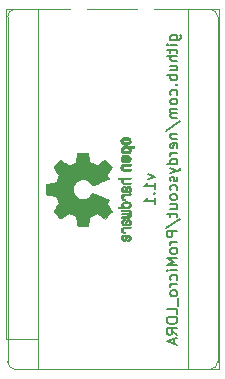
<source format=gbr>
%TF.GenerationSoftware,KiCad,Pcbnew,5.1.4-e60b266~84~ubuntu19.04.1*%
%TF.CreationDate,2020-03-24T21:47:16+00:00*%
%TF.ProjectId,ProMicro_LORA,50726f4d-6963-4726-9f5f-4c4f52412e6b,v1.1*%
%TF.SameCoordinates,Original*%
%TF.FileFunction,Legend,Bot*%
%TF.FilePolarity,Positive*%
%FSLAX45Y45*%
G04 Gerber Fmt 4.5, Leading zero omitted, Abs format (unit mm)*
G04 Created by KiCad (PCBNEW 5.1.4-e60b266~84~ubuntu19.04.1) date 2020-03-24 21:47:16*
%MOMM*%
%LPD*%
G04 APERTURE LIST*
%ADD10C,0.200000*%
%ADD11C,0.100000*%
%ADD12C,0.010000*%
%ADD13C,0.120000*%
%ADD14R,1.350000X4.200000*%
%ADD15O,1.600000X1.600000*%
%ADD16R,1.600000X1.600000*%
G04 APERTURE END LIST*
D10*
X13760214Y-8888429D02*
X13820214Y-8909857D01*
X13760214Y-8931286D01*
X13820214Y-9012714D02*
X13820214Y-8961286D01*
X13820214Y-8987000D02*
X13730214Y-8987000D01*
X13743071Y-8978429D01*
X13751643Y-8969857D01*
X13755928Y-8961286D01*
X13811643Y-9051286D02*
X13815928Y-9055571D01*
X13820214Y-9051286D01*
X13815928Y-9047000D01*
X13811643Y-9051286D01*
X13820214Y-9051286D01*
X13820214Y-9141286D02*
X13820214Y-9089857D01*
X13820214Y-9115571D02*
X13730214Y-9115571D01*
X13743071Y-9107000D01*
X13751643Y-9098429D01*
X13755928Y-9089857D01*
D11*
X12573000Y-7556500D02*
G75*
G02X12636500Y-7493000I63500J0D01*
G01*
X14287500Y-7493000D02*
G75*
G02X14351000Y-7556500I0J-63500D01*
G01*
X12636500Y-7493000D02*
X14287500Y-7493000D01*
X14351000Y-10477500D02*
G75*
G02X14287500Y-10541000I-63500J0D01*
G01*
X12636500Y-10541000D02*
G75*
G02X12573000Y-10477500I0J63500D01*
G01*
D10*
X13950714Y-7752714D02*
X14023571Y-7752714D01*
X14032143Y-7748428D01*
X14036428Y-7744143D01*
X14040714Y-7735571D01*
X14040714Y-7722714D01*
X14036428Y-7714143D01*
X14006428Y-7752714D02*
X14010714Y-7744143D01*
X14010714Y-7727000D01*
X14006428Y-7718428D01*
X14002143Y-7714143D01*
X13993571Y-7709857D01*
X13967857Y-7709857D01*
X13959286Y-7714143D01*
X13955000Y-7718428D01*
X13950714Y-7727000D01*
X13950714Y-7744143D01*
X13955000Y-7752714D01*
X14010714Y-7795571D02*
X13950714Y-7795571D01*
X13920714Y-7795571D02*
X13925000Y-7791286D01*
X13929286Y-7795571D01*
X13925000Y-7799857D01*
X13920714Y-7795571D01*
X13929286Y-7795571D01*
X13950714Y-7825571D02*
X13950714Y-7859857D01*
X13920714Y-7838428D02*
X13997857Y-7838428D01*
X14006428Y-7842714D01*
X14010714Y-7851286D01*
X14010714Y-7859857D01*
X14010714Y-7889857D02*
X13920714Y-7889857D01*
X14010714Y-7928428D02*
X13963571Y-7928428D01*
X13955000Y-7924143D01*
X13950714Y-7915571D01*
X13950714Y-7902714D01*
X13955000Y-7894143D01*
X13959286Y-7889857D01*
X13950714Y-8009857D02*
X14010714Y-8009857D01*
X13950714Y-7971286D02*
X13997857Y-7971286D01*
X14006428Y-7975571D01*
X14010714Y-7984143D01*
X14010714Y-7997000D01*
X14006428Y-8005571D01*
X14002143Y-8009857D01*
X14010714Y-8052714D02*
X13920714Y-8052714D01*
X13955000Y-8052714D02*
X13950714Y-8061286D01*
X13950714Y-8078428D01*
X13955000Y-8087000D01*
X13959286Y-8091286D01*
X13967857Y-8095571D01*
X13993571Y-8095571D01*
X14002143Y-8091286D01*
X14006428Y-8087000D01*
X14010714Y-8078428D01*
X14010714Y-8061286D01*
X14006428Y-8052714D01*
X14002143Y-8134143D02*
X14006428Y-8138428D01*
X14010714Y-8134143D01*
X14006428Y-8129857D01*
X14002143Y-8134143D01*
X14010714Y-8134143D01*
X14006428Y-8215571D02*
X14010714Y-8207000D01*
X14010714Y-8189857D01*
X14006428Y-8181286D01*
X14002143Y-8177000D01*
X13993571Y-8172714D01*
X13967857Y-8172714D01*
X13959286Y-8177000D01*
X13955000Y-8181286D01*
X13950714Y-8189857D01*
X13950714Y-8207000D01*
X13955000Y-8215571D01*
X14010714Y-8267000D02*
X14006428Y-8258428D01*
X14002143Y-8254143D01*
X13993571Y-8249857D01*
X13967857Y-8249857D01*
X13959286Y-8254143D01*
X13955000Y-8258428D01*
X13950714Y-8267000D01*
X13950714Y-8279857D01*
X13955000Y-8288428D01*
X13959286Y-8292714D01*
X13967857Y-8297000D01*
X13993571Y-8297000D01*
X14002143Y-8292714D01*
X14006428Y-8288428D01*
X14010714Y-8279857D01*
X14010714Y-8267000D01*
X14010714Y-8335571D02*
X13950714Y-8335571D01*
X13959286Y-8335571D02*
X13955000Y-8339857D01*
X13950714Y-8348428D01*
X13950714Y-8361286D01*
X13955000Y-8369857D01*
X13963571Y-8374143D01*
X14010714Y-8374143D01*
X13963571Y-8374143D02*
X13955000Y-8378428D01*
X13950714Y-8387000D01*
X13950714Y-8399857D01*
X13955000Y-8408429D01*
X13963571Y-8412714D01*
X14010714Y-8412714D01*
X13916428Y-8519857D02*
X14032143Y-8442714D01*
X13950714Y-8549857D02*
X14010714Y-8549857D01*
X13959286Y-8549857D02*
X13955000Y-8554143D01*
X13950714Y-8562714D01*
X13950714Y-8575571D01*
X13955000Y-8584143D01*
X13963571Y-8588429D01*
X14010714Y-8588429D01*
X14006428Y-8665571D02*
X14010714Y-8657000D01*
X14010714Y-8639857D01*
X14006428Y-8631286D01*
X13997857Y-8627000D01*
X13963571Y-8627000D01*
X13955000Y-8631286D01*
X13950714Y-8639857D01*
X13950714Y-8657000D01*
X13955000Y-8665571D01*
X13963571Y-8669857D01*
X13972143Y-8669857D01*
X13980714Y-8627000D01*
X14010714Y-8708429D02*
X13950714Y-8708429D01*
X13967857Y-8708429D02*
X13959286Y-8712714D01*
X13955000Y-8717000D01*
X13950714Y-8725571D01*
X13950714Y-8734143D01*
X14010714Y-8802714D02*
X13920714Y-8802714D01*
X14006428Y-8802714D02*
X14010714Y-8794143D01*
X14010714Y-8777000D01*
X14006428Y-8768429D01*
X14002143Y-8764143D01*
X13993571Y-8759857D01*
X13967857Y-8759857D01*
X13959286Y-8764143D01*
X13955000Y-8768429D01*
X13950714Y-8777000D01*
X13950714Y-8794143D01*
X13955000Y-8802714D01*
X13950714Y-8837000D02*
X14010714Y-8858429D01*
X13950714Y-8879857D02*
X14010714Y-8858429D01*
X14032143Y-8849857D01*
X14036428Y-8845571D01*
X14040714Y-8837000D01*
X14006428Y-8909857D02*
X14010714Y-8918429D01*
X14010714Y-8935571D01*
X14006428Y-8944143D01*
X13997857Y-8948429D01*
X13993571Y-8948429D01*
X13985000Y-8944143D01*
X13980714Y-8935571D01*
X13980714Y-8922714D01*
X13976428Y-8914143D01*
X13967857Y-8909857D01*
X13963571Y-8909857D01*
X13955000Y-8914143D01*
X13950714Y-8922714D01*
X13950714Y-8935571D01*
X13955000Y-8944143D01*
X14006428Y-9025571D02*
X14010714Y-9017000D01*
X14010714Y-8999857D01*
X14006428Y-8991286D01*
X14002143Y-8987000D01*
X13993571Y-8982714D01*
X13967857Y-8982714D01*
X13959286Y-8987000D01*
X13955000Y-8991286D01*
X13950714Y-8999857D01*
X13950714Y-9017000D01*
X13955000Y-9025571D01*
X14010714Y-9077000D02*
X14006428Y-9068429D01*
X14002143Y-9064143D01*
X13993571Y-9059857D01*
X13967857Y-9059857D01*
X13959286Y-9064143D01*
X13955000Y-9068429D01*
X13950714Y-9077000D01*
X13950714Y-9089857D01*
X13955000Y-9098429D01*
X13959286Y-9102714D01*
X13967857Y-9107000D01*
X13993571Y-9107000D01*
X14002143Y-9102714D01*
X14006428Y-9098429D01*
X14010714Y-9089857D01*
X14010714Y-9077000D01*
X13950714Y-9184143D02*
X14010714Y-9184143D01*
X13950714Y-9145571D02*
X13997857Y-9145571D01*
X14006428Y-9149857D01*
X14010714Y-9158429D01*
X14010714Y-9171286D01*
X14006428Y-9179857D01*
X14002143Y-9184143D01*
X13950714Y-9214143D02*
X13950714Y-9248429D01*
X13920714Y-9227000D02*
X13997857Y-9227000D01*
X14006428Y-9231286D01*
X14010714Y-9239857D01*
X14010714Y-9248429D01*
X13916428Y-9342714D02*
X14032143Y-9265571D01*
X14010714Y-9372714D02*
X13920714Y-9372714D01*
X13920714Y-9407000D01*
X13925000Y-9415571D01*
X13929286Y-9419857D01*
X13937857Y-9424143D01*
X13950714Y-9424143D01*
X13959286Y-9419857D01*
X13963571Y-9415571D01*
X13967857Y-9407000D01*
X13967857Y-9372714D01*
X14010714Y-9462714D02*
X13950714Y-9462714D01*
X13967857Y-9462714D02*
X13959286Y-9467000D01*
X13955000Y-9471286D01*
X13950714Y-9479857D01*
X13950714Y-9488429D01*
X14010714Y-9531286D02*
X14006428Y-9522714D01*
X14002143Y-9518429D01*
X13993571Y-9514143D01*
X13967857Y-9514143D01*
X13959286Y-9518429D01*
X13955000Y-9522714D01*
X13950714Y-9531286D01*
X13950714Y-9544143D01*
X13955000Y-9552714D01*
X13959286Y-9557000D01*
X13967857Y-9561286D01*
X13993571Y-9561286D01*
X14002143Y-9557000D01*
X14006428Y-9552714D01*
X14010714Y-9544143D01*
X14010714Y-9531286D01*
X14010714Y-9599857D02*
X13920714Y-9599857D01*
X13985000Y-9629857D01*
X13920714Y-9659857D01*
X14010714Y-9659857D01*
X14010714Y-9702714D02*
X13950714Y-9702714D01*
X13920714Y-9702714D02*
X13925000Y-9698429D01*
X13929286Y-9702714D01*
X13925000Y-9707000D01*
X13920714Y-9702714D01*
X13929286Y-9702714D01*
X14006428Y-9784143D02*
X14010714Y-9775571D01*
X14010714Y-9758429D01*
X14006428Y-9749857D01*
X14002143Y-9745571D01*
X13993571Y-9741286D01*
X13967857Y-9741286D01*
X13959286Y-9745571D01*
X13955000Y-9749857D01*
X13950714Y-9758429D01*
X13950714Y-9775571D01*
X13955000Y-9784143D01*
X14010714Y-9822714D02*
X13950714Y-9822714D01*
X13967857Y-9822714D02*
X13959286Y-9827000D01*
X13955000Y-9831286D01*
X13950714Y-9839857D01*
X13950714Y-9848429D01*
X14010714Y-9891286D02*
X14006428Y-9882714D01*
X14002143Y-9878429D01*
X13993571Y-9874143D01*
X13967857Y-9874143D01*
X13959286Y-9878429D01*
X13955000Y-9882714D01*
X13950714Y-9891286D01*
X13950714Y-9904143D01*
X13955000Y-9912714D01*
X13959286Y-9917000D01*
X13967857Y-9921286D01*
X13993571Y-9921286D01*
X14002143Y-9917000D01*
X14006428Y-9912714D01*
X14010714Y-9904143D01*
X14010714Y-9891286D01*
X14019286Y-9938429D02*
X14019286Y-10007000D01*
X14010714Y-10071286D02*
X14010714Y-10028429D01*
X13920714Y-10028429D01*
X13920714Y-10118429D02*
X13920714Y-10135571D01*
X13925000Y-10144143D01*
X13933571Y-10152714D01*
X13950714Y-10157000D01*
X13980714Y-10157000D01*
X13997857Y-10152714D01*
X14006428Y-10144143D01*
X14010714Y-10135571D01*
X14010714Y-10118429D01*
X14006428Y-10109857D01*
X13997857Y-10101286D01*
X13980714Y-10097000D01*
X13950714Y-10097000D01*
X13933571Y-10101286D01*
X13925000Y-10109857D01*
X13920714Y-10118429D01*
X14010714Y-10247000D02*
X13967857Y-10217000D01*
X14010714Y-10195571D02*
X13920714Y-10195571D01*
X13920714Y-10229857D01*
X13925000Y-10238429D01*
X13929286Y-10242714D01*
X13937857Y-10247000D01*
X13950714Y-10247000D01*
X13959286Y-10242714D01*
X13963571Y-10238429D01*
X13967857Y-10229857D01*
X13967857Y-10195571D01*
X13985000Y-10281286D02*
X13985000Y-10324143D01*
X14010714Y-10272714D02*
X13920714Y-10302714D01*
X14010714Y-10332714D01*
D11*
X12573000Y-10477500D02*
X12573000Y-7556500D01*
X14287500Y-10541000D02*
X12636500Y-10541000D01*
X14351000Y-7556500D02*
X14351000Y-10477500D01*
D12*
G36*
X13529950Y-8693889D02*
G01*
X13533673Y-8701354D01*
X13540526Y-8707943D01*
X13543065Y-8709758D01*
X13546387Y-8711735D01*
X13549994Y-8713017D01*
X13554810Y-8713751D01*
X13561754Y-8714081D01*
X13570921Y-8714154D01*
X13583483Y-8713826D01*
X13592915Y-8712688D01*
X13599952Y-8710504D01*
X13605329Y-8707042D01*
X13609779Y-8702067D01*
X13610042Y-8701701D01*
X13612738Y-8696799D01*
X13614071Y-8690895D01*
X13614400Y-8683386D01*
X13614400Y-8671180D01*
X13626250Y-8671174D01*
X13632849Y-8671061D01*
X13636720Y-8670369D01*
X13639042Y-8668560D01*
X13640993Y-8665096D01*
X13641392Y-8664265D01*
X13643260Y-8660372D01*
X13644440Y-8657358D01*
X13644542Y-8655117D01*
X13643176Y-8653543D01*
X13639952Y-8652530D01*
X13634480Y-8651972D01*
X13626371Y-8651764D01*
X13615234Y-8651798D01*
X13600680Y-8651970D01*
X13596327Y-8652024D01*
X13581320Y-8652217D01*
X13571504Y-8652390D01*
X13571504Y-8671169D01*
X13579836Y-8671275D01*
X13585288Y-8671744D01*
X13588884Y-8672805D01*
X13591648Y-8674687D01*
X13592996Y-8675965D01*
X13596942Y-8681189D01*
X13597263Y-8685814D01*
X13594005Y-8690587D01*
X13593885Y-8690708D01*
X13591367Y-8692649D01*
X13587945Y-8693831D01*
X13582675Y-8694427D01*
X13574613Y-8694612D01*
X13572827Y-8694615D01*
X13561717Y-8694167D01*
X13554016Y-8692707D01*
X13549315Y-8690065D01*
X13547205Y-8686068D01*
X13546992Y-8683758D01*
X13547990Y-8678276D01*
X13551275Y-8674516D01*
X13557286Y-8672252D01*
X13566460Y-8671261D01*
X13571504Y-8671169D01*
X13571504Y-8652390D01*
X13569706Y-8652422D01*
X13560968Y-8652687D01*
X13554590Y-8653061D01*
X13550058Y-8653591D01*
X13546855Y-8654326D01*
X13544467Y-8655314D01*
X13542376Y-8656605D01*
X13541590Y-8657158D01*
X13534159Y-8664497D01*
X13529947Y-8673776D01*
X13528772Y-8684510D01*
X13529950Y-8693889D01*
X13529950Y-8693889D01*
G37*
X13529950Y-8693889D02*
X13533673Y-8701354D01*
X13540526Y-8707943D01*
X13543065Y-8709758D01*
X13546387Y-8711735D01*
X13549994Y-8713017D01*
X13554810Y-8713751D01*
X13561754Y-8714081D01*
X13570921Y-8714154D01*
X13583483Y-8713826D01*
X13592915Y-8712688D01*
X13599952Y-8710504D01*
X13605329Y-8707042D01*
X13609779Y-8702067D01*
X13610042Y-8701701D01*
X13612738Y-8696799D01*
X13614071Y-8690895D01*
X13614400Y-8683386D01*
X13614400Y-8671180D01*
X13626250Y-8671174D01*
X13632849Y-8671061D01*
X13636720Y-8670369D01*
X13639042Y-8668560D01*
X13640993Y-8665096D01*
X13641392Y-8664265D01*
X13643260Y-8660372D01*
X13644440Y-8657358D01*
X13644542Y-8655117D01*
X13643176Y-8653543D01*
X13639952Y-8652530D01*
X13634480Y-8651972D01*
X13626371Y-8651764D01*
X13615234Y-8651798D01*
X13600680Y-8651970D01*
X13596327Y-8652024D01*
X13581320Y-8652217D01*
X13571504Y-8652390D01*
X13571504Y-8671169D01*
X13579836Y-8671275D01*
X13585288Y-8671744D01*
X13588884Y-8672805D01*
X13591648Y-8674687D01*
X13592996Y-8675965D01*
X13596942Y-8681189D01*
X13597263Y-8685814D01*
X13594005Y-8690587D01*
X13593885Y-8690708D01*
X13591367Y-8692649D01*
X13587945Y-8693831D01*
X13582675Y-8694427D01*
X13574613Y-8694612D01*
X13572827Y-8694615D01*
X13561717Y-8694167D01*
X13554016Y-8692707D01*
X13549315Y-8690065D01*
X13547205Y-8686068D01*
X13546992Y-8683758D01*
X13547990Y-8678276D01*
X13551275Y-8674516D01*
X13557286Y-8672252D01*
X13566460Y-8671261D01*
X13571504Y-8671169D01*
X13571504Y-8652390D01*
X13569706Y-8652422D01*
X13560968Y-8652687D01*
X13554590Y-8653061D01*
X13550058Y-8653591D01*
X13546855Y-8654326D01*
X13544467Y-8655314D01*
X13542376Y-8656605D01*
X13541590Y-8657158D01*
X13534159Y-8664497D01*
X13529947Y-8673776D01*
X13528772Y-8684510D01*
X13529950Y-8693889D01*
G36*
X13531009Y-8844166D02*
G01*
X13534636Y-8850437D01*
X13538236Y-8854796D01*
X13542007Y-8857985D01*
X13546620Y-8860181D01*
X13552742Y-8861565D01*
X13561043Y-8862315D01*
X13572192Y-8862612D01*
X13580206Y-8862646D01*
X13609706Y-8862646D01*
X13617151Y-8846039D01*
X13584840Y-8845062D01*
X13572773Y-8844658D01*
X13564014Y-8844234D01*
X13557965Y-8843710D01*
X13554027Y-8843003D01*
X13551601Y-8842031D01*
X13550088Y-8840714D01*
X13549761Y-8840292D01*
X13547203Y-8833891D01*
X13548215Y-8827421D01*
X13550900Y-8823569D01*
X13552802Y-8822003D01*
X13555299Y-8820918D01*
X13559083Y-8820229D01*
X13564850Y-8819848D01*
X13573293Y-8819688D01*
X13582093Y-8819662D01*
X13593132Y-8819656D01*
X13600946Y-8819467D01*
X13606216Y-8818835D01*
X13609624Y-8817498D01*
X13611851Y-8815199D01*
X13613579Y-8811675D01*
X13615374Y-8806970D01*
X13617328Y-8801830D01*
X13582648Y-8802442D01*
X13570147Y-8802688D01*
X13560908Y-8802977D01*
X13554288Y-8803390D01*
X13549642Y-8804011D01*
X13546326Y-8804923D01*
X13543694Y-8806208D01*
X13541373Y-8807758D01*
X13533957Y-8815237D01*
X13529668Y-8824363D01*
X13528641Y-8834288D01*
X13531009Y-8844166D01*
X13531009Y-8844166D01*
G37*
X13531009Y-8844166D02*
X13534636Y-8850437D01*
X13538236Y-8854796D01*
X13542007Y-8857985D01*
X13546620Y-8860181D01*
X13552742Y-8861565D01*
X13561043Y-8862315D01*
X13572192Y-8862612D01*
X13580206Y-8862646D01*
X13609706Y-8862646D01*
X13617151Y-8846039D01*
X13584840Y-8845062D01*
X13572773Y-8844658D01*
X13564014Y-8844234D01*
X13557965Y-8843710D01*
X13554027Y-8843003D01*
X13551601Y-8842031D01*
X13550088Y-8840714D01*
X13549761Y-8840292D01*
X13547203Y-8833891D01*
X13548215Y-8827421D01*
X13550900Y-8823569D01*
X13552802Y-8822003D01*
X13555299Y-8820918D01*
X13559083Y-8820229D01*
X13564850Y-8819848D01*
X13573293Y-8819688D01*
X13582093Y-8819662D01*
X13593132Y-8819656D01*
X13600946Y-8819467D01*
X13606216Y-8818835D01*
X13609624Y-8817498D01*
X13611851Y-8815199D01*
X13613579Y-8811675D01*
X13615374Y-8806970D01*
X13617328Y-8801830D01*
X13582648Y-8802442D01*
X13570147Y-8802688D01*
X13560908Y-8802977D01*
X13554288Y-8803390D01*
X13549642Y-8804011D01*
X13546326Y-8804923D01*
X13543694Y-8806208D01*
X13541373Y-8807758D01*
X13533957Y-8815237D01*
X13529668Y-8824363D01*
X13528641Y-8834288D01*
X13531009Y-8844166D01*
G36*
X13530226Y-8618689D02*
G01*
X13535041Y-8627846D01*
X13542790Y-8634605D01*
X13547773Y-8637006D01*
X13555253Y-8638874D01*
X13564705Y-8639830D01*
X13575021Y-8639921D01*
X13585093Y-8639192D01*
X13593815Y-8637690D01*
X13600079Y-8635462D01*
X13601158Y-8634777D01*
X13609210Y-8626663D01*
X13614034Y-8617027D01*
X13615445Y-8606570D01*
X13613263Y-8595997D01*
X13611955Y-8593054D01*
X13607923Y-8587324D01*
X13602577Y-8582295D01*
X13601899Y-8581820D01*
X13598632Y-8579888D01*
X13595139Y-8578611D01*
X13590541Y-8577856D01*
X13583958Y-8577492D01*
X13574510Y-8577387D01*
X13572392Y-8577385D01*
X13571718Y-8577389D01*
X13571718Y-8596923D01*
X13580635Y-8597037D01*
X13586552Y-8597484D01*
X13590374Y-8598425D01*
X13593005Y-8600018D01*
X13593885Y-8600831D01*
X13597226Y-8605506D01*
X13597074Y-8610045D01*
X13594175Y-8614634D01*
X13591081Y-8617371D01*
X13586564Y-8618992D01*
X13579442Y-8619903D01*
X13578611Y-8619965D01*
X13565704Y-8620120D01*
X13556117Y-8618497D01*
X13549911Y-8615115D01*
X13547143Y-8609998D01*
X13546992Y-8608172D01*
X13547751Y-8603376D01*
X13550381Y-8600095D01*
X13555409Y-8598090D01*
X13563366Y-8597118D01*
X13571718Y-8596923D01*
X13571718Y-8577389D01*
X13562325Y-8577457D01*
X13555291Y-8577763D01*
X13550416Y-8578432D01*
X13546829Y-8579596D01*
X13543655Y-8581385D01*
X13543065Y-8581781D01*
X13535110Y-8588427D01*
X13530493Y-8595669D01*
X13528660Y-8604485D01*
X13528570Y-8607479D01*
X13530226Y-8618689D01*
X13530226Y-8618689D01*
G37*
X13530226Y-8618689D02*
X13535041Y-8627846D01*
X13542790Y-8634605D01*
X13547773Y-8637006D01*
X13555253Y-8638874D01*
X13564705Y-8639830D01*
X13575021Y-8639921D01*
X13585093Y-8639192D01*
X13593815Y-8637690D01*
X13600079Y-8635462D01*
X13601158Y-8634777D01*
X13609210Y-8626663D01*
X13614034Y-8617027D01*
X13615445Y-8606570D01*
X13613263Y-8595997D01*
X13611955Y-8593054D01*
X13607923Y-8587324D01*
X13602577Y-8582295D01*
X13601899Y-8581820D01*
X13598632Y-8579888D01*
X13595139Y-8578611D01*
X13590541Y-8577856D01*
X13583958Y-8577492D01*
X13574510Y-8577387D01*
X13572392Y-8577385D01*
X13571718Y-8577389D01*
X13571718Y-8596923D01*
X13580635Y-8597037D01*
X13586552Y-8597484D01*
X13590374Y-8598425D01*
X13593005Y-8600018D01*
X13593885Y-8600831D01*
X13597226Y-8605506D01*
X13597074Y-8610045D01*
X13594175Y-8614634D01*
X13591081Y-8617371D01*
X13586564Y-8618992D01*
X13579442Y-8619903D01*
X13578611Y-8619965D01*
X13565704Y-8620120D01*
X13556117Y-8618497D01*
X13549911Y-8615115D01*
X13547143Y-8609998D01*
X13546992Y-8608172D01*
X13547751Y-8603376D01*
X13550381Y-8600095D01*
X13555409Y-8598090D01*
X13563366Y-8597118D01*
X13571718Y-8596923D01*
X13571718Y-8577389D01*
X13562325Y-8577457D01*
X13555291Y-8577763D01*
X13550416Y-8578432D01*
X13546829Y-8579596D01*
X13543655Y-8581385D01*
X13543065Y-8581781D01*
X13535110Y-8588427D01*
X13530493Y-8595669D01*
X13528660Y-8604485D01*
X13528570Y-8607479D01*
X13530226Y-8618689D01*
G36*
X13531474Y-8770425D02*
G01*
X13536657Y-8778129D01*
X13544141Y-8784082D01*
X13553665Y-8787638D01*
X13560676Y-8788357D01*
X13563601Y-8788275D01*
X13565841Y-8787591D01*
X13567847Y-8785711D01*
X13570073Y-8782041D01*
X13572971Y-8775986D01*
X13576993Y-8766953D01*
X13577013Y-8766908D01*
X13580821Y-8758593D01*
X13584202Y-8751775D01*
X13586793Y-8747151D01*
X13588229Y-8745416D01*
X13588241Y-8745415D01*
X13591368Y-8746944D01*
X13594816Y-8750520D01*
X13597299Y-8754624D01*
X13597792Y-8756704D01*
X13596086Y-8762377D01*
X13591813Y-8767263D01*
X13587115Y-8769647D01*
X13583652Y-8771940D01*
X13579708Y-8776432D01*
X13576301Y-8781712D01*
X13574448Y-8786371D01*
X13574346Y-8787345D01*
X13576021Y-8788442D01*
X13580304Y-8788508D01*
X13586078Y-8787702D01*
X13592229Y-8786183D01*
X13597641Y-8784109D01*
X13597851Y-8784004D01*
X13606566Y-8777762D01*
X13612494Y-8769673D01*
X13615403Y-8760486D01*
X13615063Y-8750951D01*
X13611243Y-8741820D01*
X13610974Y-8741414D01*
X13604464Y-8734231D01*
X13595970Y-8729507D01*
X13584802Y-8726893D01*
X13581664Y-8726543D01*
X13566854Y-8725921D01*
X13559947Y-8726666D01*
X13559947Y-8745415D01*
X13564255Y-8745659D01*
X13565513Y-8746991D01*
X13564572Y-8750313D01*
X13562348Y-8755549D01*
X13559561Y-8761402D01*
X13559487Y-8761548D01*
X13556878Y-8766509D01*
X13555136Y-8768500D01*
X13553311Y-8768009D01*
X13550912Y-8765942D01*
X13547441Y-8760682D01*
X13547186Y-8755018D01*
X13549712Y-8749937D01*
X13554585Y-8746428D01*
X13559947Y-8745415D01*
X13559947Y-8726666D01*
X13555004Y-8727199D01*
X13545605Y-8730478D01*
X13539021Y-8735042D01*
X13532368Y-8743280D01*
X13529068Y-8752355D01*
X13528857Y-8761619D01*
X13531474Y-8770425D01*
X13531474Y-8770425D01*
G37*
X13531474Y-8770425D02*
X13536657Y-8778129D01*
X13544141Y-8784082D01*
X13553665Y-8787638D01*
X13560676Y-8788357D01*
X13563601Y-8788275D01*
X13565841Y-8787591D01*
X13567847Y-8785711D01*
X13570073Y-8782041D01*
X13572971Y-8775986D01*
X13576993Y-8766953D01*
X13577013Y-8766908D01*
X13580821Y-8758593D01*
X13584202Y-8751775D01*
X13586793Y-8747151D01*
X13588229Y-8745416D01*
X13588241Y-8745415D01*
X13591368Y-8746944D01*
X13594816Y-8750520D01*
X13597299Y-8754624D01*
X13597792Y-8756704D01*
X13596086Y-8762377D01*
X13591813Y-8767263D01*
X13587115Y-8769647D01*
X13583652Y-8771940D01*
X13579708Y-8776432D01*
X13576301Y-8781712D01*
X13574448Y-8786371D01*
X13574346Y-8787345D01*
X13576021Y-8788442D01*
X13580304Y-8788508D01*
X13586078Y-8787702D01*
X13592229Y-8786183D01*
X13597641Y-8784109D01*
X13597851Y-8784004D01*
X13606566Y-8777762D01*
X13612494Y-8769673D01*
X13615403Y-8760486D01*
X13615063Y-8750951D01*
X13611243Y-8741820D01*
X13610974Y-8741414D01*
X13604464Y-8734231D01*
X13595970Y-8729507D01*
X13584802Y-8726893D01*
X13581664Y-8726543D01*
X13566854Y-8725921D01*
X13559947Y-8726666D01*
X13559947Y-8745415D01*
X13564255Y-8745659D01*
X13565513Y-8746991D01*
X13564572Y-8750313D01*
X13562348Y-8755549D01*
X13559561Y-8761402D01*
X13559487Y-8761548D01*
X13556878Y-8766509D01*
X13555136Y-8768500D01*
X13553311Y-8768009D01*
X13550912Y-8765942D01*
X13547441Y-8760682D01*
X13547186Y-8755018D01*
X13549712Y-8749937D01*
X13554585Y-8746428D01*
X13559947Y-8745415D01*
X13559947Y-8726666D01*
X13555004Y-8727199D01*
X13545605Y-8730478D01*
X13539021Y-8735042D01*
X13532368Y-8743280D01*
X13529068Y-8752355D01*
X13528857Y-8761619D01*
X13531474Y-8770425D01*
G36*
X13520712Y-8932985D02*
G01*
X13528698Y-8933557D01*
X13533404Y-8934215D01*
X13535457Y-8935126D01*
X13535483Y-8936460D01*
X13535238Y-8936892D01*
X13533464Y-8942644D01*
X13533567Y-8950127D01*
X13535391Y-8957734D01*
X13537750Y-8962492D01*
X13541520Y-8967370D01*
X13545785Y-8970936D01*
X13551206Y-8973385D01*
X13558438Y-8974909D01*
X13568142Y-8975703D01*
X13580974Y-8975962D01*
X13583436Y-8975966D01*
X13611087Y-8975969D01*
X13613232Y-8969816D01*
X13614691Y-8965446D01*
X13615371Y-8963048D01*
X13615377Y-8962978D01*
X13613534Y-8962742D01*
X13608453Y-8962541D01*
X13600799Y-8962390D01*
X13591243Y-8962305D01*
X13585433Y-8962292D01*
X13573977Y-8962265D01*
X13565767Y-8962125D01*
X13560139Y-8961785D01*
X13556433Y-8961157D01*
X13553984Y-8960153D01*
X13552132Y-8958686D01*
X13551241Y-8957770D01*
X13547647Y-8951479D01*
X13547377Y-8944614D01*
X13550417Y-8938385D01*
X13551514Y-8937233D01*
X13553578Y-8935543D01*
X13556026Y-8934371D01*
X13559565Y-8933623D01*
X13564903Y-8933205D01*
X13572747Y-8933024D01*
X13583562Y-8932985D01*
X13611087Y-8932985D01*
X13613232Y-8926832D01*
X13614691Y-8922461D01*
X13615371Y-8920064D01*
X13615377Y-8919993D01*
X13613507Y-8919813D01*
X13608232Y-8919650D01*
X13600056Y-8919512D01*
X13589480Y-8919404D01*
X13577009Y-8919334D01*
X13563145Y-8919308D01*
X13509681Y-8919308D01*
X13504324Y-8932008D01*
X13520712Y-8932985D01*
X13520712Y-8932985D01*
G37*
X13520712Y-8932985D02*
X13528698Y-8933557D01*
X13533404Y-8934215D01*
X13535457Y-8935126D01*
X13535483Y-8936460D01*
X13535238Y-8936892D01*
X13533464Y-8942644D01*
X13533567Y-8950127D01*
X13535391Y-8957734D01*
X13537750Y-8962492D01*
X13541520Y-8967370D01*
X13545785Y-8970936D01*
X13551206Y-8973385D01*
X13558438Y-8974909D01*
X13568142Y-8975703D01*
X13580974Y-8975962D01*
X13583436Y-8975966D01*
X13611087Y-8975969D01*
X13613232Y-8969816D01*
X13614691Y-8965446D01*
X13615371Y-8963048D01*
X13615377Y-8962978D01*
X13613534Y-8962742D01*
X13608453Y-8962541D01*
X13600799Y-8962390D01*
X13591243Y-8962305D01*
X13585433Y-8962292D01*
X13573977Y-8962265D01*
X13565767Y-8962125D01*
X13560139Y-8961785D01*
X13556433Y-8961157D01*
X13553984Y-8960153D01*
X13552132Y-8958686D01*
X13551241Y-8957770D01*
X13547647Y-8951479D01*
X13547377Y-8944614D01*
X13550417Y-8938385D01*
X13551514Y-8937233D01*
X13553578Y-8935543D01*
X13556026Y-8934371D01*
X13559565Y-8933623D01*
X13564903Y-8933205D01*
X13572747Y-8933024D01*
X13583562Y-8932985D01*
X13611087Y-8932985D01*
X13613232Y-8926832D01*
X13614691Y-8922461D01*
X13615371Y-8920064D01*
X13615377Y-8919993D01*
X13613507Y-8919813D01*
X13608232Y-8919650D01*
X13600056Y-8919512D01*
X13589480Y-8919404D01*
X13577009Y-8919334D01*
X13563145Y-8919308D01*
X13509681Y-8919308D01*
X13504324Y-8932008D01*
X13520712Y-8932985D01*
G36*
X13534130Y-9022350D02*
G01*
X13536973Y-9030006D01*
X13537028Y-9030094D01*
X13540513Y-9034829D01*
X13544585Y-9038324D01*
X13549892Y-9040783D01*
X13557081Y-9042406D01*
X13566799Y-9043398D01*
X13579693Y-9043959D01*
X13581530Y-9044008D01*
X13609229Y-9044714D01*
X13612303Y-9038770D01*
X13614380Y-9034468D01*
X13615365Y-9031871D01*
X13615377Y-9031751D01*
X13613561Y-9031301D01*
X13608661Y-9030944D01*
X13601503Y-9030725D01*
X13595707Y-9030677D01*
X13586317Y-9030676D01*
X13580420Y-9030247D01*
X13577608Y-9028750D01*
X13577471Y-9025548D01*
X13579600Y-9020001D01*
X13583514Y-9011627D01*
X13586764Y-9005469D01*
X13589584Y-9002302D01*
X13592658Y-9001371D01*
X13592810Y-9001369D01*
X13598105Y-9002906D01*
X13600966Y-9007455D01*
X13601380Y-9014417D01*
X13601308Y-9019431D01*
X13602753Y-9022075D01*
X13606222Y-9023724D01*
X13610642Y-9024673D01*
X13613149Y-9023306D01*
X13613508Y-9022791D01*
X13614950Y-9017943D01*
X13615154Y-9011153D01*
X13614198Y-9004161D01*
X13612452Y-8999207D01*
X13606636Y-8992357D01*
X13598541Y-8988463D01*
X13592216Y-8987692D01*
X13586511Y-8988281D01*
X13581854Y-8990410D01*
X13577718Y-8994627D01*
X13573575Y-9001476D01*
X13568899Y-9011504D01*
X13568635Y-9012115D01*
X13564462Y-9021149D01*
X13561039Y-9026724D01*
X13557963Y-9029113D01*
X13554831Y-9028591D01*
X13551238Y-9025433D01*
X13550412Y-9024488D01*
X13547206Y-9018162D01*
X13547341Y-9011606D01*
X13550484Y-9005897D01*
X13556302Y-9002109D01*
X13557445Y-9001757D01*
X13562984Y-8998330D01*
X13565652Y-8993981D01*
X13568296Y-8987692D01*
X13561455Y-8987692D01*
X13551511Y-8989605D01*
X13542390Y-8995283D01*
X13539339Y-8998238D01*
X13535423Y-9004954D01*
X13533650Y-9013496D01*
X13534130Y-9022350D01*
X13534130Y-9022350D01*
G37*
X13534130Y-9022350D02*
X13536973Y-9030006D01*
X13537028Y-9030094D01*
X13540513Y-9034829D01*
X13544585Y-9038324D01*
X13549892Y-9040783D01*
X13557081Y-9042406D01*
X13566799Y-9043398D01*
X13579693Y-9043959D01*
X13581530Y-9044008D01*
X13609229Y-9044714D01*
X13612303Y-9038770D01*
X13614380Y-9034468D01*
X13615365Y-9031871D01*
X13615377Y-9031751D01*
X13613561Y-9031301D01*
X13608661Y-9030944D01*
X13601503Y-9030725D01*
X13595707Y-9030677D01*
X13586317Y-9030676D01*
X13580420Y-9030247D01*
X13577608Y-9028750D01*
X13577471Y-9025548D01*
X13579600Y-9020001D01*
X13583514Y-9011627D01*
X13586764Y-9005469D01*
X13589584Y-9002302D01*
X13592658Y-9001371D01*
X13592810Y-9001369D01*
X13598105Y-9002906D01*
X13600966Y-9007455D01*
X13601380Y-9014417D01*
X13601308Y-9019431D01*
X13602753Y-9022075D01*
X13606222Y-9023724D01*
X13610642Y-9024673D01*
X13613149Y-9023306D01*
X13613508Y-9022791D01*
X13614950Y-9017943D01*
X13615154Y-9011153D01*
X13614198Y-9004161D01*
X13612452Y-8999207D01*
X13606636Y-8992357D01*
X13598541Y-8988463D01*
X13592216Y-8987692D01*
X13586511Y-8988281D01*
X13581854Y-8990410D01*
X13577718Y-8994627D01*
X13573575Y-9001476D01*
X13568899Y-9011504D01*
X13568635Y-9012115D01*
X13564462Y-9021149D01*
X13561039Y-9026724D01*
X13557963Y-9029113D01*
X13554831Y-9028591D01*
X13551238Y-9025433D01*
X13550412Y-9024488D01*
X13547206Y-9018162D01*
X13547341Y-9011606D01*
X13550484Y-9005897D01*
X13556302Y-9002109D01*
X13557445Y-9001757D01*
X13562984Y-8998330D01*
X13565652Y-8993981D01*
X13568296Y-8987692D01*
X13561455Y-8987692D01*
X13551511Y-8989605D01*
X13542390Y-8995283D01*
X13539339Y-8998238D01*
X13535423Y-9004954D01*
X13533650Y-9013496D01*
X13534130Y-9022350D01*
G36*
X13533967Y-9088336D02*
G01*
X13537242Y-9097212D01*
X13543035Y-9104402D01*
X13547113Y-9107214D01*
X13554595Y-9110280D01*
X13560006Y-9110217D01*
X13563645Y-9106999D01*
X13564263Y-9105808D01*
X13566192Y-9100668D01*
X13565698Y-9098042D01*
X13562459Y-9097153D01*
X13560669Y-9097108D01*
X13554086Y-9095480D01*
X13549481Y-9091237D01*
X13547256Y-9085339D01*
X13547816Y-9078748D01*
X13550723Y-9073390D01*
X13552381Y-9071580D01*
X13554392Y-9070297D01*
X13557433Y-9069431D01*
X13562179Y-9068870D01*
X13569305Y-9068504D01*
X13579487Y-9068222D01*
X13582711Y-9068148D01*
X13593741Y-9067882D01*
X13601504Y-9067579D01*
X13606640Y-9067125D01*
X13609789Y-9066405D01*
X13611592Y-9065303D01*
X13612689Y-9063706D01*
X13613173Y-9062683D01*
X13614830Y-9058341D01*
X13615377Y-9055784D01*
X13613551Y-9054940D01*
X13608030Y-9054424D01*
X13598750Y-9054235D01*
X13585648Y-9054369D01*
X13583627Y-9054411D01*
X13571673Y-9054706D01*
X13562945Y-9055055D01*
X13556759Y-9055551D01*
X13552434Y-9056289D01*
X13549286Y-9057362D01*
X13546634Y-9058865D01*
X13545497Y-9059650D01*
X13540469Y-9064155D01*
X13536558Y-9069194D01*
X13536217Y-9069811D01*
X13533521Y-9078846D01*
X13533967Y-9088336D01*
X13533967Y-9088336D01*
G37*
X13533967Y-9088336D02*
X13537242Y-9097212D01*
X13543035Y-9104402D01*
X13547113Y-9107214D01*
X13554595Y-9110280D01*
X13560006Y-9110217D01*
X13563645Y-9106999D01*
X13564263Y-9105808D01*
X13566192Y-9100668D01*
X13565698Y-9098042D01*
X13562459Y-9097153D01*
X13560669Y-9097108D01*
X13554086Y-9095480D01*
X13549481Y-9091237D01*
X13547256Y-9085339D01*
X13547816Y-9078748D01*
X13550723Y-9073390D01*
X13552381Y-9071580D01*
X13554392Y-9070297D01*
X13557433Y-9069431D01*
X13562179Y-9068870D01*
X13569305Y-9068504D01*
X13579487Y-9068222D01*
X13582711Y-9068148D01*
X13593741Y-9067882D01*
X13601504Y-9067579D01*
X13606640Y-9067125D01*
X13609789Y-9066405D01*
X13611592Y-9065303D01*
X13612689Y-9063706D01*
X13613173Y-9062683D01*
X13614830Y-9058341D01*
X13615377Y-9055784D01*
X13613551Y-9054940D01*
X13608030Y-9054424D01*
X13598750Y-9054235D01*
X13585648Y-9054369D01*
X13583627Y-9054411D01*
X13571673Y-9054706D01*
X13562945Y-9055055D01*
X13556759Y-9055551D01*
X13552434Y-9056289D01*
X13549286Y-9057362D01*
X13546634Y-9058865D01*
X13545497Y-9059650D01*
X13540469Y-9064155D01*
X13536558Y-9069194D01*
X13536217Y-9069811D01*
X13533521Y-9078846D01*
X13533967Y-9088336D01*
G36*
X13549529Y-9177208D02*
G01*
X13564132Y-9177183D01*
X13575365Y-9177087D01*
X13583768Y-9176879D01*
X13589877Y-9176519D01*
X13594231Y-9175967D01*
X13597368Y-9175180D01*
X13599826Y-9174121D01*
X13601229Y-9173318D01*
X13608839Y-9166673D01*
X13613608Y-9158247D01*
X13615320Y-9148925D01*
X13613755Y-9139590D01*
X13610942Y-9134031D01*
X13606076Y-9128196D01*
X13600133Y-9124219D01*
X13592351Y-9121819D01*
X13581965Y-9120716D01*
X13574346Y-9120560D01*
X13573799Y-9120581D01*
X13573799Y-9134231D01*
X13582535Y-9134314D01*
X13588319Y-9134696D01*
X13592103Y-9135575D01*
X13594840Y-9137147D01*
X13596904Y-9139027D01*
X13600889Y-9145338D01*
X13601229Y-9152114D01*
X13597902Y-9158518D01*
X13597452Y-9159016D01*
X13595107Y-9161144D01*
X13592317Y-9162478D01*
X13588164Y-9163200D01*
X13581732Y-9163492D01*
X13574620Y-9163539D01*
X13565686Y-9163438D01*
X13559726Y-9163024D01*
X13555809Y-9162124D01*
X13553004Y-9160567D01*
X13551514Y-9159290D01*
X13547757Y-9153360D01*
X13547306Y-9146530D01*
X13550175Y-9140011D01*
X13551241Y-9138753D01*
X13553606Y-9136611D01*
X13556425Y-9135274D01*
X13560624Y-9134557D01*
X13567132Y-9134272D01*
X13573799Y-9134231D01*
X13573799Y-9120581D01*
X13562076Y-9121032D01*
X13552858Y-9122636D01*
X13545927Y-9125653D01*
X13540521Y-9130363D01*
X13537750Y-9134031D01*
X13534757Y-9140699D01*
X13533368Y-9148427D01*
X13533740Y-9155611D01*
X13535240Y-9159631D01*
X13535667Y-9161208D01*
X13534075Y-9162255D01*
X13529809Y-9162986D01*
X13523311Y-9163539D01*
X13516073Y-9164144D01*
X13511719Y-9164984D01*
X13509229Y-9166514D01*
X13507584Y-9169186D01*
X13506856Y-9170865D01*
X13504196Y-9177215D01*
X13549529Y-9177208D01*
X13549529Y-9177208D01*
G37*
X13549529Y-9177208D02*
X13564132Y-9177183D01*
X13575365Y-9177087D01*
X13583768Y-9176879D01*
X13589877Y-9176519D01*
X13594231Y-9175967D01*
X13597368Y-9175180D01*
X13599826Y-9174121D01*
X13601229Y-9173318D01*
X13608839Y-9166673D01*
X13613608Y-9158247D01*
X13615320Y-9148925D01*
X13613755Y-9139590D01*
X13610942Y-9134031D01*
X13606076Y-9128196D01*
X13600133Y-9124219D01*
X13592351Y-9121819D01*
X13581965Y-9120716D01*
X13574346Y-9120560D01*
X13573799Y-9120581D01*
X13573799Y-9134231D01*
X13582535Y-9134314D01*
X13588319Y-9134696D01*
X13592103Y-9135575D01*
X13594840Y-9137147D01*
X13596904Y-9139027D01*
X13600889Y-9145338D01*
X13601229Y-9152114D01*
X13597902Y-9158518D01*
X13597452Y-9159016D01*
X13595107Y-9161144D01*
X13592317Y-9162478D01*
X13588164Y-9163200D01*
X13581732Y-9163492D01*
X13574620Y-9163539D01*
X13565686Y-9163438D01*
X13559726Y-9163024D01*
X13555809Y-9162124D01*
X13553004Y-9160567D01*
X13551514Y-9159290D01*
X13547757Y-9153360D01*
X13547306Y-9146530D01*
X13550175Y-9140011D01*
X13551241Y-9138753D01*
X13553606Y-9136611D01*
X13556425Y-9135274D01*
X13560624Y-9134557D01*
X13567132Y-9134272D01*
X13573799Y-9134231D01*
X13573799Y-9120581D01*
X13562076Y-9121032D01*
X13552858Y-9122636D01*
X13545927Y-9125653D01*
X13540521Y-9130363D01*
X13537750Y-9134031D01*
X13534757Y-9140699D01*
X13533368Y-9148427D01*
X13533740Y-9155611D01*
X13535240Y-9159631D01*
X13535667Y-9161208D01*
X13534075Y-9162255D01*
X13529809Y-9162986D01*
X13523311Y-9163539D01*
X13516073Y-9164144D01*
X13511719Y-9164984D01*
X13509229Y-9166514D01*
X13507584Y-9169186D01*
X13506856Y-9170865D01*
X13504196Y-9177215D01*
X13549529Y-9177208D01*
G36*
X13535166Y-9256593D02*
G01*
X13540307Y-9256891D01*
X13548119Y-9257125D01*
X13557986Y-9257275D01*
X13568334Y-9257323D01*
X13603353Y-9257323D01*
X13609536Y-9251140D01*
X13613346Y-9246879D01*
X13614889Y-9243139D01*
X13614792Y-9238027D01*
X13614543Y-9235998D01*
X13613820Y-9229655D01*
X13613405Y-9224410D01*
X13613367Y-9223131D01*
X13613618Y-9218820D01*
X13614246Y-9212654D01*
X13614543Y-9210264D01*
X13615003Y-9204392D01*
X13614005Y-9200446D01*
X13610923Y-9196534D01*
X13609536Y-9195122D01*
X13603353Y-9188939D01*
X13537850Y-9188939D01*
X13535583Y-9193915D01*
X13533903Y-9198200D01*
X13533315Y-9200707D01*
X13535174Y-9201350D01*
X13540365Y-9201951D01*
X13548317Y-9202470D01*
X13558455Y-9202866D01*
X13567019Y-9203058D01*
X13600723Y-9203592D01*
X13601382Y-9208256D01*
X13600921Y-9212498D01*
X13599429Y-9214576D01*
X13596638Y-9215157D01*
X13590692Y-9215653D01*
X13582347Y-9216025D01*
X13572353Y-9216232D01*
X13567210Y-9216262D01*
X13537605Y-9216292D01*
X13535460Y-9222445D01*
X13534002Y-9226800D01*
X13533322Y-9229169D01*
X13533315Y-9229238D01*
X13535164Y-9229475D01*
X13540291Y-9229737D01*
X13548065Y-9230000D01*
X13557857Y-9230242D01*
X13567019Y-9230412D01*
X13600723Y-9230946D01*
X13600723Y-9242669D01*
X13569975Y-9243207D01*
X13539226Y-9243745D01*
X13536271Y-9249460D01*
X13534241Y-9253680D01*
X13533320Y-9256177D01*
X13533315Y-9256249D01*
X13535166Y-9256593D01*
X13535166Y-9256593D01*
G37*
X13535166Y-9256593D02*
X13540307Y-9256891D01*
X13548119Y-9257125D01*
X13557986Y-9257275D01*
X13568334Y-9257323D01*
X13603353Y-9257323D01*
X13609536Y-9251140D01*
X13613346Y-9246879D01*
X13614889Y-9243139D01*
X13614792Y-9238027D01*
X13614543Y-9235998D01*
X13613820Y-9229655D01*
X13613405Y-9224410D01*
X13613367Y-9223131D01*
X13613618Y-9218820D01*
X13614246Y-9212654D01*
X13614543Y-9210264D01*
X13615003Y-9204392D01*
X13614005Y-9200446D01*
X13610923Y-9196534D01*
X13609536Y-9195122D01*
X13603353Y-9188939D01*
X13537850Y-9188939D01*
X13535583Y-9193915D01*
X13533903Y-9198200D01*
X13533315Y-9200707D01*
X13535174Y-9201350D01*
X13540365Y-9201951D01*
X13548317Y-9202470D01*
X13558455Y-9202866D01*
X13567019Y-9203058D01*
X13600723Y-9203592D01*
X13601382Y-9208256D01*
X13600921Y-9212498D01*
X13599429Y-9214576D01*
X13596638Y-9215157D01*
X13590692Y-9215653D01*
X13582347Y-9216025D01*
X13572353Y-9216232D01*
X13567210Y-9216262D01*
X13537605Y-9216292D01*
X13535460Y-9222445D01*
X13534002Y-9226800D01*
X13533322Y-9229169D01*
X13533315Y-9229238D01*
X13535164Y-9229475D01*
X13540291Y-9229737D01*
X13548065Y-9230000D01*
X13557857Y-9230242D01*
X13567019Y-9230412D01*
X13600723Y-9230946D01*
X13600723Y-9242669D01*
X13569975Y-9243207D01*
X13539226Y-9243745D01*
X13536271Y-9249460D01*
X13534241Y-9253680D01*
X13533320Y-9256177D01*
X13533315Y-9256249D01*
X13535166Y-9256593D01*
G36*
X13534853Y-9305733D02*
G01*
X13537412Y-9311359D01*
X13540512Y-9315775D01*
X13543979Y-9319010D01*
X13548452Y-9321244D01*
X13554569Y-9322655D01*
X13562970Y-9323421D01*
X13574294Y-9323722D01*
X13581751Y-9323754D01*
X13610842Y-9323754D01*
X13613109Y-9318777D01*
X13614767Y-9314858D01*
X13615377Y-9312916D01*
X13613561Y-9312544D01*
X13608665Y-9312250D01*
X13601515Y-9312069D01*
X13595838Y-9312031D01*
X13587637Y-9311866D01*
X13581131Y-9311422D01*
X13577147Y-9310774D01*
X13576300Y-9310259D01*
X13577165Y-9306798D01*
X13579382Y-9301364D01*
X13582389Y-9295072D01*
X13585619Y-9289037D01*
X13588510Y-9284372D01*
X13590496Y-9282193D01*
X13590517Y-9282184D01*
X13594193Y-9282371D01*
X13597703Y-9284053D01*
X13600553Y-9287004D01*
X13601506Y-9291312D01*
X13601395Y-9294993D01*
X13601313Y-9300207D01*
X13602535Y-9302944D01*
X13605762Y-9304588D01*
X13606371Y-9304796D01*
X13610974Y-9305508D01*
X13613769Y-9303602D01*
X13615101Y-9298635D01*
X13615347Y-9293270D01*
X13613521Y-9283614D01*
X13610913Y-9278616D01*
X13604787Y-9272443D01*
X13597267Y-9269169D01*
X13589321Y-9268875D01*
X13581917Y-9271642D01*
X13577277Y-9275805D01*
X13574679Y-9279960D01*
X13571391Y-9286492D01*
X13568056Y-9294104D01*
X13567546Y-9295373D01*
X13563856Y-9303733D01*
X13560605Y-9308553D01*
X13557372Y-9310103D01*
X13553739Y-9308655D01*
X13550900Y-9306169D01*
X13547404Y-9300294D01*
X13547142Y-9293829D01*
X13549836Y-9287901D01*
X13555209Y-9283634D01*
X13556595Y-9283074D01*
X13561694Y-9279813D01*
X13565479Y-9275053D01*
X13568585Y-9269046D01*
X13559777Y-9269046D01*
X13554395Y-9269400D01*
X13550153Y-9270916D01*
X13545628Y-9274277D01*
X13542142Y-9277504D01*
X13537206Y-9282521D01*
X13534555Y-9286419D01*
X13533491Y-9290606D01*
X13533315Y-9295346D01*
X13534853Y-9305733D01*
X13534853Y-9305733D01*
G37*
X13534853Y-9305733D02*
X13537412Y-9311359D01*
X13540512Y-9315775D01*
X13543979Y-9319010D01*
X13548452Y-9321244D01*
X13554569Y-9322655D01*
X13562970Y-9323421D01*
X13574294Y-9323722D01*
X13581751Y-9323754D01*
X13610842Y-9323754D01*
X13613109Y-9318777D01*
X13614767Y-9314858D01*
X13615377Y-9312916D01*
X13613561Y-9312544D01*
X13608665Y-9312250D01*
X13601515Y-9312069D01*
X13595838Y-9312031D01*
X13587637Y-9311866D01*
X13581131Y-9311422D01*
X13577147Y-9310774D01*
X13576300Y-9310259D01*
X13577165Y-9306798D01*
X13579382Y-9301364D01*
X13582389Y-9295072D01*
X13585619Y-9289037D01*
X13588510Y-9284372D01*
X13590496Y-9282193D01*
X13590517Y-9282184D01*
X13594193Y-9282371D01*
X13597703Y-9284053D01*
X13600553Y-9287004D01*
X13601506Y-9291312D01*
X13601395Y-9294993D01*
X13601313Y-9300207D01*
X13602535Y-9302944D01*
X13605762Y-9304588D01*
X13606371Y-9304796D01*
X13610974Y-9305508D01*
X13613769Y-9303602D01*
X13615101Y-9298635D01*
X13615347Y-9293270D01*
X13613521Y-9283614D01*
X13610913Y-9278616D01*
X13604787Y-9272443D01*
X13597267Y-9269169D01*
X13589321Y-9268875D01*
X13581917Y-9271642D01*
X13577277Y-9275805D01*
X13574679Y-9279960D01*
X13571391Y-9286492D01*
X13568056Y-9294104D01*
X13567546Y-9295373D01*
X13563856Y-9303733D01*
X13560605Y-9308553D01*
X13557372Y-9310103D01*
X13553739Y-9308655D01*
X13550900Y-9306169D01*
X13547404Y-9300294D01*
X13547142Y-9293829D01*
X13549836Y-9287901D01*
X13555209Y-9283634D01*
X13556595Y-9283074D01*
X13561694Y-9279813D01*
X13565479Y-9275053D01*
X13568585Y-9269046D01*
X13559777Y-9269046D01*
X13554395Y-9269400D01*
X13550153Y-9270916D01*
X13545628Y-9274277D01*
X13542142Y-9277504D01*
X13537206Y-9282521D01*
X13534555Y-9286419D01*
X13533491Y-9290606D01*
X13533315Y-9295346D01*
X13534853Y-9305733D01*
G36*
X13535178Y-9374081D02*
G01*
X13536199Y-9376416D01*
X13540613Y-9381990D01*
X13546997Y-9386757D01*
X13553809Y-9389705D01*
X13557167Y-9390185D01*
X13561856Y-9388576D01*
X13564336Y-9385048D01*
X13565839Y-9381264D01*
X13566115Y-9379532D01*
X13564107Y-9378689D01*
X13559735Y-9377023D01*
X13557760Y-9376292D01*
X13550927Y-9372195D01*
X13547519Y-9366262D01*
X13547624Y-9358655D01*
X13547758Y-9358092D01*
X13549684Y-9354031D01*
X13553437Y-9351045D01*
X13559481Y-9349006D01*
X13568275Y-9347784D01*
X13580281Y-9347250D01*
X13586670Y-9347200D01*
X13596740Y-9347175D01*
X13603605Y-9347013D01*
X13607967Y-9346580D01*
X13610528Y-9345745D01*
X13611990Y-9344377D01*
X13613056Y-9342341D01*
X13613109Y-9342223D01*
X13614767Y-9338304D01*
X13615377Y-9336362D01*
X13613532Y-9336064D01*
X13608432Y-9335808D01*
X13600731Y-9335614D01*
X13591080Y-9335500D01*
X13584018Y-9335477D01*
X13570352Y-9335593D01*
X13559985Y-9336048D01*
X13552311Y-9337000D01*
X13546725Y-9338608D01*
X13542621Y-9341031D01*
X13539395Y-9344429D01*
X13537144Y-9347783D01*
X13534148Y-9355850D01*
X13533472Y-9365238D01*
X13535178Y-9374081D01*
X13535178Y-9374081D01*
G37*
X13535178Y-9374081D02*
X13536199Y-9376416D01*
X13540613Y-9381990D01*
X13546997Y-9386757D01*
X13553809Y-9389705D01*
X13557167Y-9390185D01*
X13561856Y-9388576D01*
X13564336Y-9385048D01*
X13565839Y-9381264D01*
X13566115Y-9379532D01*
X13564107Y-9378689D01*
X13559735Y-9377023D01*
X13557760Y-9376292D01*
X13550927Y-9372195D01*
X13547519Y-9366262D01*
X13547624Y-9358655D01*
X13547758Y-9358092D01*
X13549684Y-9354031D01*
X13553437Y-9351045D01*
X13559481Y-9349006D01*
X13568275Y-9347784D01*
X13580281Y-9347250D01*
X13586670Y-9347200D01*
X13596740Y-9347175D01*
X13603605Y-9347013D01*
X13607967Y-9346580D01*
X13610528Y-9345745D01*
X13611990Y-9344377D01*
X13613056Y-9342341D01*
X13613109Y-9342223D01*
X13614767Y-9338304D01*
X13615377Y-9336362D01*
X13613532Y-9336064D01*
X13608432Y-9335808D01*
X13600731Y-9335614D01*
X13591080Y-9335500D01*
X13584018Y-9335477D01*
X13570352Y-9335593D01*
X13559985Y-9336048D01*
X13552311Y-9337000D01*
X13546725Y-9338608D01*
X13542621Y-9341031D01*
X13539395Y-9344429D01*
X13537144Y-9347783D01*
X13534148Y-9355850D01*
X13533472Y-9365238D01*
X13535178Y-9374081D01*
G36*
X13536284Y-9441522D02*
G01*
X13541336Y-9449253D01*
X13545859Y-9452981D01*
X13554066Y-9455935D01*
X13560561Y-9456170D01*
X13569244Y-9455639D01*
X13578010Y-9435612D01*
X13582489Y-9425874D01*
X13586091Y-9419511D01*
X13589212Y-9416203D01*
X13592244Y-9415628D01*
X13595580Y-9417466D01*
X13597792Y-9419492D01*
X13601339Y-9425389D01*
X13601588Y-9431802D01*
X13598823Y-9437693D01*
X13593332Y-9442020D01*
X13591393Y-9442794D01*
X13585336Y-9446501D01*
X13582755Y-9450765D01*
X13580547Y-9456615D01*
X13588918Y-9456615D01*
X13594615Y-9456098D01*
X13599419Y-9454072D01*
X13604935Y-9449826D01*
X13605651Y-9449195D01*
X13610558Y-9444472D01*
X13613192Y-9440412D01*
X13614403Y-9435333D01*
X13614800Y-9431122D01*
X13614899Y-9423590D01*
X13613647Y-9418229D01*
X13611787Y-9414884D01*
X13607697Y-9409627D01*
X13603275Y-9405988D01*
X13597713Y-9403685D01*
X13590205Y-9402436D01*
X13579945Y-9401959D01*
X13574738Y-9401921D01*
X13568495Y-9402050D01*
X13568495Y-9413847D01*
X13571844Y-9413984D01*
X13572392Y-9414325D01*
X13571647Y-9416575D01*
X13569675Y-9421418D01*
X13566872Y-9427891D01*
X13566269Y-9429244D01*
X13562110Y-9437424D01*
X13558454Y-9441931D01*
X13555030Y-9442922D01*
X13551565Y-9440553D01*
X13550034Y-9438596D01*
X13546972Y-9431536D01*
X13547478Y-9424928D01*
X13551215Y-9419396D01*
X13557847Y-9415564D01*
X13563112Y-9414335D01*
X13568495Y-9413847D01*
X13568495Y-9402050D01*
X13562572Y-9402173D01*
X13553571Y-9403103D01*
X13547017Y-9404946D01*
X13542191Y-9407936D01*
X13538377Y-9412308D01*
X13537144Y-9414214D01*
X13533934Y-9422873D01*
X13533732Y-9432352D01*
X13536284Y-9441522D01*
X13536284Y-9441522D01*
G37*
X13536284Y-9441522D02*
X13541336Y-9449253D01*
X13545859Y-9452981D01*
X13554066Y-9455935D01*
X13560561Y-9456170D01*
X13569244Y-9455639D01*
X13578010Y-9435612D01*
X13582489Y-9425874D01*
X13586091Y-9419511D01*
X13589212Y-9416203D01*
X13592244Y-9415628D01*
X13595580Y-9417466D01*
X13597792Y-9419492D01*
X13601339Y-9425389D01*
X13601588Y-9431802D01*
X13598823Y-9437693D01*
X13593332Y-9442020D01*
X13591393Y-9442794D01*
X13585336Y-9446501D01*
X13582755Y-9450765D01*
X13580547Y-9456615D01*
X13588918Y-9456615D01*
X13594615Y-9456098D01*
X13599419Y-9454072D01*
X13604935Y-9449826D01*
X13605651Y-9449195D01*
X13610558Y-9444472D01*
X13613192Y-9440412D01*
X13614403Y-9435333D01*
X13614800Y-9431122D01*
X13614899Y-9423590D01*
X13613647Y-9418229D01*
X13611787Y-9414884D01*
X13607697Y-9409627D01*
X13603275Y-9405988D01*
X13597713Y-9403685D01*
X13590205Y-9402436D01*
X13579945Y-9401959D01*
X13574738Y-9401921D01*
X13568495Y-9402050D01*
X13568495Y-9413847D01*
X13571844Y-9413984D01*
X13572392Y-9414325D01*
X13571647Y-9416575D01*
X13569675Y-9421418D01*
X13566872Y-9427891D01*
X13566269Y-9429244D01*
X13562110Y-9437424D01*
X13558454Y-9441931D01*
X13555030Y-9442922D01*
X13551565Y-9440553D01*
X13550034Y-9438596D01*
X13546972Y-9431536D01*
X13547478Y-9424928D01*
X13551215Y-9419396D01*
X13557847Y-9415564D01*
X13563112Y-9414335D01*
X13568495Y-9413847D01*
X13568495Y-9402050D01*
X13562572Y-9402173D01*
X13553571Y-9403103D01*
X13547017Y-9404946D01*
X13542191Y-9407936D01*
X13538377Y-9412308D01*
X13537144Y-9414214D01*
X13533934Y-9422873D01*
X13533732Y-9432352D01*
X13536284Y-9441522D01*
G36*
X12900278Y-9030988D02*
G01*
X12900335Y-9041561D01*
X12900492Y-9049213D01*
X12900797Y-9054437D01*
X12901300Y-9057726D01*
X12902049Y-9059574D01*
X12903094Y-9060473D01*
X12904485Y-9060916D01*
X12904665Y-9060959D01*
X12907914Y-9061633D01*
X12914325Y-9062881D01*
X12923215Y-9064572D01*
X12933902Y-9066577D01*
X12945703Y-9068766D01*
X12946118Y-9068843D01*
X12957683Y-9071036D01*
X12967901Y-9073088D01*
X12976160Y-9074866D01*
X12981846Y-9076238D01*
X12984346Y-9077072D01*
X12984390Y-9077112D01*
X12985611Y-9079568D01*
X12987646Y-9084632D01*
X12990054Y-9091210D01*
X12990067Y-9091246D01*
X12993182Y-9099532D01*
X12997149Y-9109300D01*
X13001138Y-9118508D01*
X13001335Y-9118943D01*
X13008142Y-9133941D01*
X12985464Y-9167150D01*
X12978550Y-9177337D01*
X12972370Y-9186566D01*
X12967273Y-9194300D01*
X12963613Y-9200006D01*
X12961739Y-9203150D01*
X12961600Y-9203448D01*
X12962219Y-9205732D01*
X12965203Y-9209998D01*
X12970695Y-9216413D01*
X12978833Y-9225142D01*
X12987492Y-9234054D01*
X12996025Y-9242644D01*
X13003811Y-9250333D01*
X13010370Y-9256656D01*
X13015220Y-9261152D01*
X13017882Y-9263358D01*
X13018019Y-9263440D01*
X13019846Y-9263683D01*
X13022829Y-9262765D01*
X13027372Y-9260457D01*
X13033877Y-9256534D01*
X13042747Y-9250767D01*
X13054166Y-9243080D01*
X13064216Y-9236257D01*
X13073230Y-9230158D01*
X13080685Y-9225136D01*
X13086056Y-9221542D01*
X13088822Y-9219729D01*
X13089009Y-9219615D01*
X13091659Y-9219836D01*
X13096809Y-9221514D01*
X13103485Y-9224314D01*
X13105617Y-9225312D01*
X13115116Y-9229667D01*
X13125894Y-9234313D01*
X13135219Y-9238088D01*
X13142141Y-9240807D01*
X13147401Y-9242968D01*
X13150150Y-9244216D01*
X13150362Y-9244371D01*
X13150712Y-9246667D01*
X13151674Y-9252079D01*
X13153109Y-9259887D01*
X13154881Y-9269372D01*
X13156852Y-9279814D01*
X13158887Y-9290494D01*
X13160849Y-9300693D01*
X13162599Y-9309689D01*
X13164002Y-9316765D01*
X13164921Y-9321201D01*
X13165181Y-9322289D01*
X13165822Y-9323412D01*
X13167270Y-9324261D01*
X13170013Y-9324871D01*
X13174541Y-9325283D01*
X13181342Y-9325534D01*
X13190905Y-9325662D01*
X13203718Y-9325705D01*
X13208970Y-9325708D01*
X13251684Y-9325708D01*
X13253709Y-9315450D01*
X13254807Y-9309743D01*
X13256409Y-9301227D01*
X13258323Y-9290937D01*
X13260355Y-9279910D01*
X13260913Y-9276862D01*
X13262892Y-9266686D01*
X13264837Y-9257821D01*
X13266570Y-9251011D01*
X13267909Y-9247000D01*
X13268308Y-9246332D01*
X13271134Y-9244692D01*
X13276611Y-9242340D01*
X13283659Y-9239732D01*
X13285177Y-9239214D01*
X13294590Y-9235796D01*
X13305210Y-9231552D01*
X13314747Y-9227400D01*
X13314792Y-9227379D01*
X13329752Y-9220464D01*
X13396662Y-9265951D01*
X13425912Y-9236750D01*
X13434617Y-9227918D01*
X13442291Y-9219863D01*
X13448524Y-9213036D01*
X13452906Y-9207891D01*
X13455027Y-9204879D01*
X13455162Y-9204447D01*
X13454102Y-9201911D01*
X13451155Y-9196736D01*
X13446670Y-9189487D01*
X13440998Y-9180729D01*
X13434646Y-9171261D01*
X13428167Y-9161652D01*
X13422529Y-9153084D01*
X13418079Y-9146102D01*
X13415164Y-9141249D01*
X13414131Y-9139078D01*
X13415005Y-9136429D01*
X13417309Y-9131406D01*
X13420563Y-9125045D01*
X13420925Y-9124371D01*
X13425221Y-9115805D01*
X13427328Y-9109931D01*
X13427350Y-9106277D01*
X13425393Y-9104373D01*
X13425365Y-9104362D01*
X13423047Y-9103410D01*
X13417544Y-9101140D01*
X13409282Y-9097728D01*
X13398687Y-9093350D01*
X13386185Y-9088182D01*
X13372202Y-9082399D01*
X13358664Y-9076799D01*
X13343723Y-9070645D01*
X13329883Y-9064994D01*
X13317567Y-9060016D01*
X13307200Y-9055881D01*
X13299206Y-9052757D01*
X13294009Y-9050814D01*
X13292069Y-9050215D01*
X13289844Y-9051717D01*
X13286298Y-9055644D01*
X13282389Y-9060881D01*
X13270024Y-9075794D01*
X13255852Y-9087451D01*
X13240170Y-9095712D01*
X13223277Y-9100437D01*
X13205472Y-9101486D01*
X13197254Y-9100723D01*
X13180203Y-9096568D01*
X13165146Y-9089412D01*
X13152231Y-9079700D01*
X13141606Y-9067873D01*
X13133421Y-9054378D01*
X13127823Y-9039657D01*
X13124961Y-9024154D01*
X13124984Y-9008314D01*
X13128040Y-8992579D01*
X13134278Y-8977395D01*
X13143846Y-8963204D01*
X13149257Y-8957280D01*
X13163152Y-8945920D01*
X13178336Y-8938011D01*
X13194367Y-8933499D01*
X13210801Y-8932332D01*
X13227197Y-8934457D01*
X13243112Y-8939822D01*
X13258102Y-8948374D01*
X13271727Y-8960061D01*
X13282389Y-8973119D01*
X13286464Y-8978559D01*
X13289972Y-8982401D01*
X13292073Y-8983785D01*
X13294363Y-8983060D01*
X13299836Y-8981001D01*
X13308067Y-8977775D01*
X13318631Y-8973552D01*
X13331105Y-8968502D01*
X13345064Y-8962795D01*
X13358667Y-8957185D01*
X13373620Y-8950997D01*
X13387477Y-8945264D01*
X13399811Y-8940164D01*
X13410196Y-8935873D01*
X13418208Y-8932565D01*
X13423419Y-8930418D01*
X13425365Y-8929623D01*
X13427342Y-8927743D01*
X13427336Y-8924107D01*
X13425244Y-8918248D01*
X13420961Y-8909697D01*
X13420925Y-8909629D01*
X13417601Y-8903191D01*
X13415180Y-8897986D01*
X13414140Y-8895051D01*
X13414131Y-8894922D01*
X13415185Y-8892712D01*
X13418118Y-8887835D01*
X13422583Y-8880833D01*
X13428231Y-8872251D01*
X13434646Y-8862739D01*
X13441141Y-8853054D01*
X13446790Y-8844325D01*
X13451242Y-8837118D01*
X13454149Y-8831998D01*
X13455162Y-8829553D01*
X13453831Y-8827301D01*
X13450111Y-8822774D01*
X13444413Y-8816424D01*
X13437145Y-8808704D01*
X13428717Y-8800065D01*
X13425902Y-8797240D01*
X13396642Y-8768029D01*
X13364010Y-8790263D01*
X13353990Y-8797020D01*
X13344996Y-8802951D01*
X13337551Y-8807722D01*
X13332175Y-8811001D01*
X13329389Y-8812455D01*
X13329191Y-8812497D01*
X13326565Y-8811731D01*
X13321284Y-8809669D01*
X13314231Y-8806669D01*
X13309509Y-8804563D01*
X13300469Y-8800625D01*
X13291337Y-8796917D01*
X13283620Y-8794042D01*
X13281269Y-8793261D01*
X13274992Y-8791042D01*
X13270141Y-8788873D01*
X13268308Y-8787681D01*
X13267186Y-8785052D01*
X13265595Y-8779314D01*
X13263717Y-8771212D01*
X13261730Y-8761490D01*
X13260913Y-8757139D01*
X13258883Y-8746090D01*
X13256917Y-8735492D01*
X13255209Y-8726380D01*
X13253952Y-8719791D01*
X13253709Y-8718550D01*
X13251684Y-8708292D01*
X13208970Y-8708292D01*
X13194925Y-8708315D01*
X13184298Y-8708410D01*
X13176601Y-8708614D01*
X13171346Y-8708966D01*
X13168043Y-8709504D01*
X13166204Y-8710267D01*
X13165341Y-8711291D01*
X13165181Y-8711712D01*
X13164613Y-8714247D01*
X13163479Y-8719848D01*
X13161918Y-8727796D01*
X13160065Y-8737371D01*
X13158057Y-8747853D01*
X13156031Y-8758523D01*
X13154125Y-8768661D01*
X13152474Y-8777548D01*
X13151216Y-8784464D01*
X13150487Y-8788689D01*
X13150362Y-8789629D01*
X13148676Y-8790481D01*
X13144187Y-8792366D01*
X13137743Y-8794932D01*
X13135219Y-8795912D01*
X13125469Y-8799865D01*
X13114696Y-8804519D01*
X13105617Y-8808688D01*
X13098675Y-8811755D01*
X13092971Y-8813796D01*
X13089478Y-8814477D01*
X13089009Y-8814368D01*
X13086799Y-8812929D01*
X13081883Y-8809641D01*
X13074785Y-8804859D01*
X13066028Y-8798935D01*
X13056136Y-8792222D01*
X13054183Y-8790894D01*
X13042614Y-8783105D01*
X13033804Y-8777379D01*
X13027349Y-8773488D01*
X13022841Y-8771204D01*
X13019876Y-8770299D01*
X13018048Y-8770545D01*
X13018037Y-8770551D01*
X13015636Y-8772483D01*
X13010995Y-8776755D01*
X13004594Y-8782905D01*
X12996914Y-8790470D01*
X12988438Y-8798986D01*
X12987492Y-8799947D01*
X12977099Y-8810679D01*
X12969467Y-8818962D01*
X12964457Y-8824961D01*
X12961927Y-8828842D01*
X12961600Y-8830552D01*
X12963025Y-8833047D01*
X12966316Y-8838226D01*
X12971121Y-8845552D01*
X12977089Y-8854492D01*
X12983869Y-8864511D01*
X12985464Y-8866850D01*
X13008142Y-8900059D01*
X13001335Y-8915057D01*
X12997368Y-8924177D01*
X12993379Y-8933967D01*
X12990198Y-8942383D01*
X12990067Y-8942754D01*
X12987658Y-8949337D01*
X12985620Y-8954412D01*
X12984394Y-8956884D01*
X12984390Y-8956888D01*
X12982173Y-8957673D01*
X12976722Y-8959007D01*
X12968648Y-8960757D01*
X12958565Y-8962792D01*
X12947086Y-8964978D01*
X12946118Y-8965157D01*
X12934290Y-8967350D01*
X12923554Y-8969364D01*
X12914592Y-8971068D01*
X12908085Y-8972333D01*
X12904717Y-8973028D01*
X12904665Y-8973041D01*
X12903232Y-8973464D01*
X12902151Y-8974287D01*
X12901371Y-8976003D01*
X12900843Y-8979106D01*
X12900518Y-8984088D01*
X12900347Y-8991442D01*
X12900281Y-9001663D01*
X12900269Y-9015243D01*
X12900269Y-9017000D01*
X12900278Y-9030988D01*
X12900278Y-9030988D01*
G37*
X12900278Y-9030988D02*
X12900335Y-9041561D01*
X12900492Y-9049213D01*
X12900797Y-9054437D01*
X12901300Y-9057726D01*
X12902049Y-9059574D01*
X12903094Y-9060473D01*
X12904485Y-9060916D01*
X12904665Y-9060959D01*
X12907914Y-9061633D01*
X12914325Y-9062881D01*
X12923215Y-9064572D01*
X12933902Y-9066577D01*
X12945703Y-9068766D01*
X12946118Y-9068843D01*
X12957683Y-9071036D01*
X12967901Y-9073088D01*
X12976160Y-9074866D01*
X12981846Y-9076238D01*
X12984346Y-9077072D01*
X12984390Y-9077112D01*
X12985611Y-9079568D01*
X12987646Y-9084632D01*
X12990054Y-9091210D01*
X12990067Y-9091246D01*
X12993182Y-9099532D01*
X12997149Y-9109300D01*
X13001138Y-9118508D01*
X13001335Y-9118943D01*
X13008142Y-9133941D01*
X12985464Y-9167150D01*
X12978550Y-9177337D01*
X12972370Y-9186566D01*
X12967273Y-9194300D01*
X12963613Y-9200006D01*
X12961739Y-9203150D01*
X12961600Y-9203448D01*
X12962219Y-9205732D01*
X12965203Y-9209998D01*
X12970695Y-9216413D01*
X12978833Y-9225142D01*
X12987492Y-9234054D01*
X12996025Y-9242644D01*
X13003811Y-9250333D01*
X13010370Y-9256656D01*
X13015220Y-9261152D01*
X13017882Y-9263358D01*
X13018019Y-9263440D01*
X13019846Y-9263683D01*
X13022829Y-9262765D01*
X13027372Y-9260457D01*
X13033877Y-9256534D01*
X13042747Y-9250767D01*
X13054166Y-9243080D01*
X13064216Y-9236257D01*
X13073230Y-9230158D01*
X13080685Y-9225136D01*
X13086056Y-9221542D01*
X13088822Y-9219729D01*
X13089009Y-9219615D01*
X13091659Y-9219836D01*
X13096809Y-9221514D01*
X13103485Y-9224314D01*
X13105617Y-9225312D01*
X13115116Y-9229667D01*
X13125894Y-9234313D01*
X13135219Y-9238088D01*
X13142141Y-9240807D01*
X13147401Y-9242968D01*
X13150150Y-9244216D01*
X13150362Y-9244371D01*
X13150712Y-9246667D01*
X13151674Y-9252079D01*
X13153109Y-9259887D01*
X13154881Y-9269372D01*
X13156852Y-9279814D01*
X13158887Y-9290494D01*
X13160849Y-9300693D01*
X13162599Y-9309689D01*
X13164002Y-9316765D01*
X13164921Y-9321201D01*
X13165181Y-9322289D01*
X13165822Y-9323412D01*
X13167270Y-9324261D01*
X13170013Y-9324871D01*
X13174541Y-9325283D01*
X13181342Y-9325534D01*
X13190905Y-9325662D01*
X13203718Y-9325705D01*
X13208970Y-9325708D01*
X13251684Y-9325708D01*
X13253709Y-9315450D01*
X13254807Y-9309743D01*
X13256409Y-9301227D01*
X13258323Y-9290937D01*
X13260355Y-9279910D01*
X13260913Y-9276862D01*
X13262892Y-9266686D01*
X13264837Y-9257821D01*
X13266570Y-9251011D01*
X13267909Y-9247000D01*
X13268308Y-9246332D01*
X13271134Y-9244692D01*
X13276611Y-9242340D01*
X13283659Y-9239732D01*
X13285177Y-9239214D01*
X13294590Y-9235796D01*
X13305210Y-9231552D01*
X13314747Y-9227400D01*
X13314792Y-9227379D01*
X13329752Y-9220464D01*
X13396662Y-9265951D01*
X13425912Y-9236750D01*
X13434617Y-9227918D01*
X13442291Y-9219863D01*
X13448524Y-9213036D01*
X13452906Y-9207891D01*
X13455027Y-9204879D01*
X13455162Y-9204447D01*
X13454102Y-9201911D01*
X13451155Y-9196736D01*
X13446670Y-9189487D01*
X13440998Y-9180729D01*
X13434646Y-9171261D01*
X13428167Y-9161652D01*
X13422529Y-9153084D01*
X13418079Y-9146102D01*
X13415164Y-9141249D01*
X13414131Y-9139078D01*
X13415005Y-9136429D01*
X13417309Y-9131406D01*
X13420563Y-9125045D01*
X13420925Y-9124371D01*
X13425221Y-9115805D01*
X13427328Y-9109931D01*
X13427350Y-9106277D01*
X13425393Y-9104373D01*
X13425365Y-9104362D01*
X13423047Y-9103410D01*
X13417544Y-9101140D01*
X13409282Y-9097728D01*
X13398687Y-9093350D01*
X13386185Y-9088182D01*
X13372202Y-9082399D01*
X13358664Y-9076799D01*
X13343723Y-9070645D01*
X13329883Y-9064994D01*
X13317567Y-9060016D01*
X13307200Y-9055881D01*
X13299206Y-9052757D01*
X13294009Y-9050814D01*
X13292069Y-9050215D01*
X13289844Y-9051717D01*
X13286298Y-9055644D01*
X13282389Y-9060881D01*
X13270024Y-9075794D01*
X13255852Y-9087451D01*
X13240170Y-9095712D01*
X13223277Y-9100437D01*
X13205472Y-9101486D01*
X13197254Y-9100723D01*
X13180203Y-9096568D01*
X13165146Y-9089412D01*
X13152231Y-9079700D01*
X13141606Y-9067873D01*
X13133421Y-9054378D01*
X13127823Y-9039657D01*
X13124961Y-9024154D01*
X13124984Y-9008314D01*
X13128040Y-8992579D01*
X13134278Y-8977395D01*
X13143846Y-8963204D01*
X13149257Y-8957280D01*
X13163152Y-8945920D01*
X13178336Y-8938011D01*
X13194367Y-8933499D01*
X13210801Y-8932332D01*
X13227197Y-8934457D01*
X13243112Y-8939822D01*
X13258102Y-8948374D01*
X13271727Y-8960061D01*
X13282389Y-8973119D01*
X13286464Y-8978559D01*
X13289972Y-8982401D01*
X13292073Y-8983785D01*
X13294363Y-8983060D01*
X13299836Y-8981001D01*
X13308067Y-8977775D01*
X13318631Y-8973552D01*
X13331105Y-8968502D01*
X13345064Y-8962795D01*
X13358667Y-8957185D01*
X13373620Y-8950997D01*
X13387477Y-8945264D01*
X13399811Y-8940164D01*
X13410196Y-8935873D01*
X13418208Y-8932565D01*
X13423419Y-8930418D01*
X13425365Y-8929623D01*
X13427342Y-8927743D01*
X13427336Y-8924107D01*
X13425244Y-8918248D01*
X13420961Y-8909697D01*
X13420925Y-8909629D01*
X13417601Y-8903191D01*
X13415180Y-8897986D01*
X13414140Y-8895051D01*
X13414131Y-8894922D01*
X13415185Y-8892712D01*
X13418118Y-8887835D01*
X13422583Y-8880833D01*
X13428231Y-8872251D01*
X13434646Y-8862739D01*
X13441141Y-8853054D01*
X13446790Y-8844325D01*
X13451242Y-8837118D01*
X13454149Y-8831998D01*
X13455162Y-8829553D01*
X13453831Y-8827301D01*
X13450111Y-8822774D01*
X13444413Y-8816424D01*
X13437145Y-8808704D01*
X13428717Y-8800065D01*
X13425902Y-8797240D01*
X13396642Y-8768029D01*
X13364010Y-8790263D01*
X13353990Y-8797020D01*
X13344996Y-8802951D01*
X13337551Y-8807722D01*
X13332175Y-8811001D01*
X13329389Y-8812455D01*
X13329191Y-8812497D01*
X13326565Y-8811731D01*
X13321284Y-8809669D01*
X13314231Y-8806669D01*
X13309509Y-8804563D01*
X13300469Y-8800625D01*
X13291337Y-8796917D01*
X13283620Y-8794042D01*
X13281269Y-8793261D01*
X13274992Y-8791042D01*
X13270141Y-8788873D01*
X13268308Y-8787681D01*
X13267186Y-8785052D01*
X13265595Y-8779314D01*
X13263717Y-8771212D01*
X13261730Y-8761490D01*
X13260913Y-8757139D01*
X13258883Y-8746090D01*
X13256917Y-8735492D01*
X13255209Y-8726380D01*
X13253952Y-8719791D01*
X13253709Y-8718550D01*
X13251684Y-8708292D01*
X13208970Y-8708292D01*
X13194925Y-8708315D01*
X13184298Y-8708410D01*
X13176601Y-8708614D01*
X13171346Y-8708966D01*
X13168043Y-8709504D01*
X13166204Y-8710267D01*
X13165341Y-8711291D01*
X13165181Y-8711712D01*
X13164613Y-8714247D01*
X13163479Y-8719848D01*
X13161918Y-8727796D01*
X13160065Y-8737371D01*
X13158057Y-8747853D01*
X13156031Y-8758523D01*
X13154125Y-8768661D01*
X13152474Y-8777548D01*
X13151216Y-8784464D01*
X13150487Y-8788689D01*
X13150362Y-8789629D01*
X13148676Y-8790481D01*
X13144187Y-8792366D01*
X13137743Y-8794932D01*
X13135219Y-8795912D01*
X13125469Y-8799865D01*
X13114696Y-8804519D01*
X13105617Y-8808688D01*
X13098675Y-8811755D01*
X13092971Y-8813796D01*
X13089478Y-8814477D01*
X13089009Y-8814368D01*
X13086799Y-8812929D01*
X13081883Y-8809641D01*
X13074785Y-8804859D01*
X13066028Y-8798935D01*
X13056136Y-8792222D01*
X13054183Y-8790894D01*
X13042614Y-8783105D01*
X13033804Y-8777379D01*
X13027349Y-8773488D01*
X13022841Y-8771204D01*
X13019876Y-8770299D01*
X13018048Y-8770545D01*
X13018037Y-8770551D01*
X13015636Y-8772483D01*
X13010995Y-8776755D01*
X13004594Y-8782905D01*
X12996914Y-8790470D01*
X12988438Y-8798986D01*
X12987492Y-8799947D01*
X12977099Y-8810679D01*
X12969467Y-8818962D01*
X12964457Y-8824961D01*
X12961927Y-8828842D01*
X12961600Y-8830552D01*
X12963025Y-8833047D01*
X12966316Y-8838226D01*
X12971121Y-8845552D01*
X12977089Y-8854492D01*
X12983869Y-8864511D01*
X12985464Y-8866850D01*
X13008142Y-8900059D01*
X13001335Y-8915057D01*
X12997368Y-8924177D01*
X12993379Y-8933967D01*
X12990198Y-8942383D01*
X12990067Y-8942754D01*
X12987658Y-8949337D01*
X12985620Y-8954412D01*
X12984394Y-8956884D01*
X12984390Y-8956888D01*
X12982173Y-8957673D01*
X12976722Y-8959007D01*
X12968648Y-8960757D01*
X12958565Y-8962792D01*
X12947086Y-8964978D01*
X12946118Y-8965157D01*
X12934290Y-8967350D01*
X12923554Y-8969364D01*
X12914592Y-8971068D01*
X12908085Y-8972333D01*
X12904717Y-8973028D01*
X12904665Y-8973041D01*
X12903232Y-8973464D01*
X12902151Y-8974287D01*
X12901371Y-8976003D01*
X12900843Y-8979106D01*
X12900518Y-8984088D01*
X12900347Y-8991442D01*
X12900281Y-9001663D01*
X12900269Y-9015243D01*
X12900269Y-9017000D01*
X12900278Y-9030988D01*
D13*
X14364000Y-10541000D02*
X12827000Y-10541000D01*
X14364000Y-7493000D02*
X14364000Y-10541000D01*
X12560000Y-7493000D02*
X14364000Y-7493000D01*
X12827000Y-10541000D02*
X12827000Y-7493000D01*
X12827000Y-10287000D02*
X12560000Y-10287000D01*
X14097000Y-10541000D02*
X14097000Y-7493000D01*
X12560000Y-10287000D02*
X12560000Y-7493000D01*
%LPC*%
D14*
X13179500Y-7703500D03*
X13744500Y-7703500D03*
D15*
X14224000Y-10414000D03*
X14224000Y-10160000D03*
X14224000Y-9906000D03*
X12700000Y-7620000D03*
X14224000Y-9652000D03*
X12700000Y-7874000D03*
X14224000Y-9398000D03*
X12700000Y-8128000D03*
X14224000Y-9144000D03*
X12700000Y-8382000D03*
X14224000Y-8890000D03*
X12700000Y-8636000D03*
X14224000Y-8636000D03*
X12700000Y-8890000D03*
X14224000Y-8382000D03*
X12700000Y-9144000D03*
X14224000Y-8128000D03*
X12700000Y-9398000D03*
X14224000Y-7874000D03*
X12700000Y-9652000D03*
X14224000Y-7620000D03*
X12700000Y-9906000D03*
X12700000Y-10160000D03*
D16*
X12700000Y-10414000D03*
M02*

</source>
